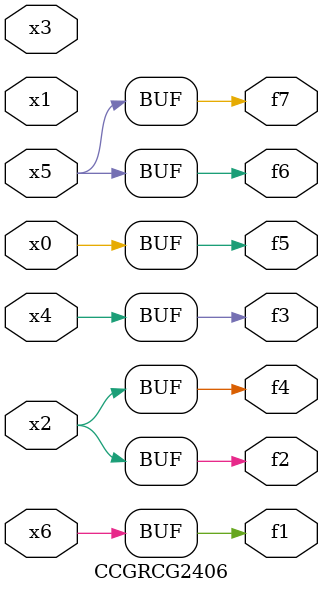
<source format=v>
module CCGRCG2406(
	input x0, x1, x2, x3, x4, x5, x6,
	output f1, f2, f3, f4, f5, f6, f7
);
	assign f1 = x6;
	assign f2 = x2;
	assign f3 = x4;
	assign f4 = x2;
	assign f5 = x0;
	assign f6 = x5;
	assign f7 = x5;
endmodule

</source>
